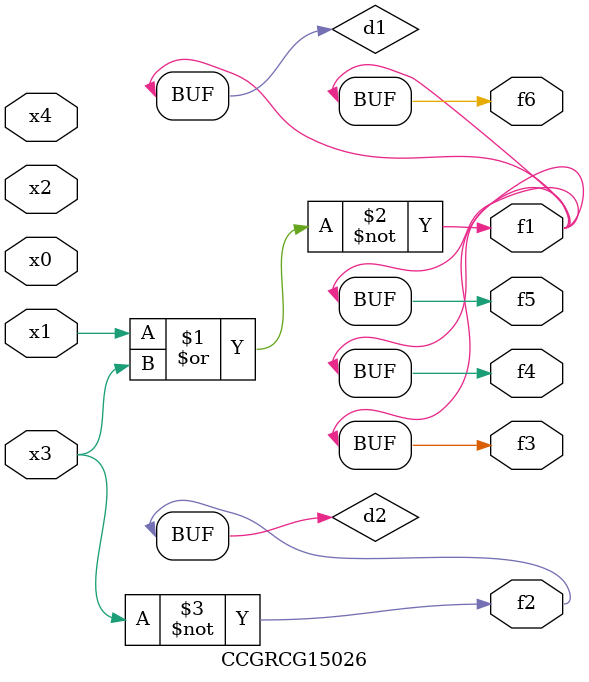
<source format=v>
module CCGRCG15026(
	input x0, x1, x2, x3, x4,
	output f1, f2, f3, f4, f5, f6
);

	wire d1, d2;

	nor (d1, x1, x3);
	not (d2, x3);
	assign f1 = d1;
	assign f2 = d2;
	assign f3 = d1;
	assign f4 = d1;
	assign f5 = d1;
	assign f6 = d1;
endmodule

</source>
